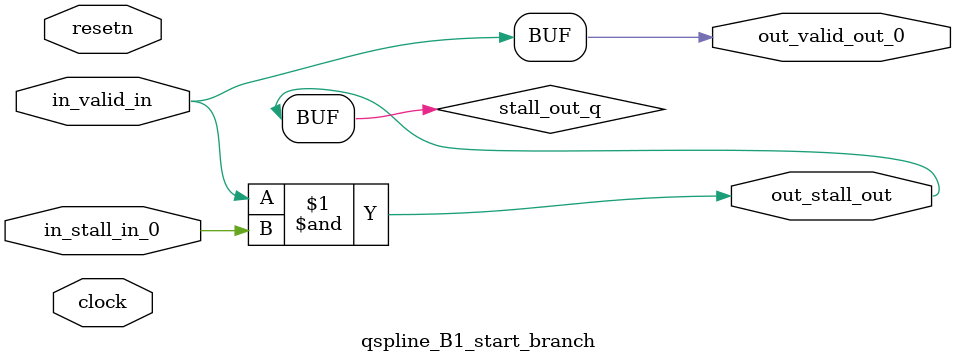
<source format=sv>



(* altera_attribute = "-name AUTO_SHIFT_REGISTER_RECOGNITION OFF; -name MESSAGE_DISABLE 10036; -name MESSAGE_DISABLE 10037; -name MESSAGE_DISABLE 14130; -name MESSAGE_DISABLE 14320; -name MESSAGE_DISABLE 15400; -name MESSAGE_DISABLE 14130; -name MESSAGE_DISABLE 10036; -name MESSAGE_DISABLE 12020; -name MESSAGE_DISABLE 12030; -name MESSAGE_DISABLE 12010; -name MESSAGE_DISABLE 12110; -name MESSAGE_DISABLE 14320; -name MESSAGE_DISABLE 13410; -name MESSAGE_DISABLE 113007; -name MESSAGE_DISABLE 10958" *)
module qspline_B1_start_branch (
    input wire [0:0] in_stall_in_0,
    input wire [0:0] in_valid_in,
    output wire [0:0] out_stall_out,
    output wire [0:0] out_valid_out_0,
    input wire clock,
    input wire resetn
    );

    wire [0:0] stall_out_q;


    // stall_out(LOGICAL,6)
    assign stall_out_q = in_valid_in & in_stall_in_0;

    // out_stall_out(GPOUT,4)
    assign out_stall_out = stall_out_q;

    // out_valid_out_0(GPOUT,5)
    assign out_valid_out_0 = in_valid_in;

endmodule

</source>
